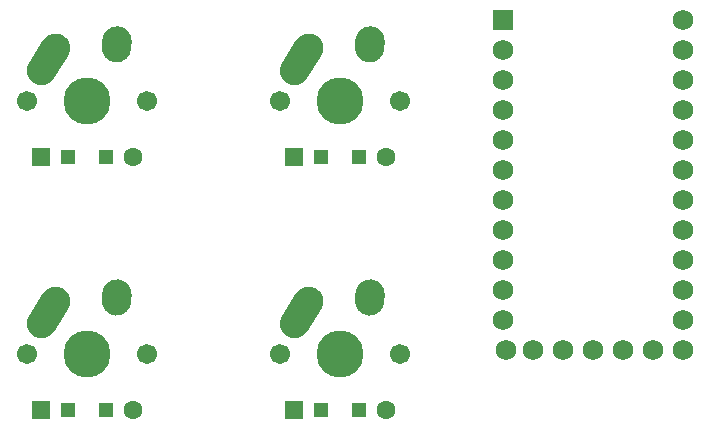
<source format=gbr>
%TF.GenerationSoftware,KiCad,Pcbnew,(5.1.9)-1*%
%TF.CreationDate,2021-02-14T16:54:30-05:00*%
%TF.ProjectId,keeb,6b656562-2e6b-4696-9361-645f70636258,rev?*%
%TF.SameCoordinates,Original*%
%TF.FileFunction,Soldermask,Top*%
%TF.FilePolarity,Negative*%
%FSLAX46Y46*%
G04 Gerber Fmt 4.6, Leading zero omitted, Abs format (unit mm)*
G04 Created by KiCad (PCBNEW (5.1.9)-1) date 2021-02-14 16:54:30*
%MOMM*%
%LPD*%
G01*
G04 APERTURE LIST*
%ADD10C,1.600000*%
%ADD11R,1.600000X1.600000*%
%ADD12R,1.200000X1.200000*%
%ADD13C,1.701800*%
%ADD14C,3.987800*%
%ADD15R,1.752600X1.752600*%
%ADD16C,1.752600*%
G04 APERTURE END LIST*
D10*
%TO.C,D1*%
X106293750Y-135731250D03*
D11*
X98493750Y-135731250D03*
D12*
X100818750Y-135731250D03*
X103968750Y-135731250D03*
%TD*%
%TO.C,D2*%
X125400000Y-135731250D03*
X122250000Y-135731250D03*
D11*
X119925000Y-135731250D03*
D10*
X127725000Y-135731250D03*
%TD*%
%TO.C,D3*%
X106293750Y-157162500D03*
D11*
X98493750Y-157162500D03*
D12*
X100818750Y-157162500D03*
X103968750Y-157162500D03*
%TD*%
%TO.C,D4*%
X125400000Y-157162500D03*
X122250000Y-157162500D03*
D11*
X119925000Y-157162500D03*
D10*
X127725000Y-157162500D03*
%TD*%
%TO.C,K1*%
G36*
G01*
X103646921Y-147814309D02*
X103686369Y-147235653D01*
G75*
G02*
X105018493Y-146073567I1247105J-85019D01*
G01*
X105018493Y-146073567D01*
G75*
G02*
X106180579Y-147405691I-85019J-1247105D01*
G01*
X106141131Y-147984347D01*
G75*
G02*
X104809007Y-149146433I-1247105J85019D01*
G01*
X104809007Y-149146433D01*
G75*
G02*
X103646921Y-147814309I85019J1247105D01*
G01*
G37*
G36*
G01*
X97480049Y-149157190D02*
X98688973Y-147259560D01*
G75*
G02*
X100414837Y-146876946I1054239J-671625D01*
G01*
X100414837Y-146876946D01*
G75*
G02*
X100797451Y-148602810I-671625J-1054239D01*
G01*
X99588527Y-150500440D01*
G75*
G02*
X97862663Y-150883054I-1054239J671625D01*
G01*
X97862663Y-150883054D01*
G75*
G02*
X97480049Y-149157190I671625J1054239D01*
G01*
G37*
D13*
X107473750Y-152400000D03*
X97313750Y-152400000D03*
D14*
X102393750Y-152400000D03*
%TD*%
%TO.C,K2*%
X123825000Y-152400000D03*
D13*
X118745000Y-152400000D03*
X128905000Y-152400000D03*
G36*
G01*
X118911299Y-149157190D02*
X120120223Y-147259560D01*
G75*
G02*
X121846087Y-146876946I1054239J-671625D01*
G01*
X121846087Y-146876946D01*
G75*
G02*
X122228701Y-148602810I-671625J-1054239D01*
G01*
X121019777Y-150500440D01*
G75*
G02*
X119293913Y-150883054I-1054239J671625D01*
G01*
X119293913Y-150883054D01*
G75*
G02*
X118911299Y-149157190I671625J1054239D01*
G01*
G37*
G36*
G01*
X125078171Y-147814309D02*
X125117619Y-147235653D01*
G75*
G02*
X126449743Y-146073567I1247105J-85019D01*
G01*
X126449743Y-146073567D01*
G75*
G02*
X127611829Y-147405691I-85019J-1247105D01*
G01*
X127572381Y-147984347D01*
G75*
G02*
X126240257Y-149146433I-1247105J85019D01*
G01*
X126240257Y-149146433D01*
G75*
G02*
X125078171Y-147814309I85019J1247105D01*
G01*
G37*
%TD*%
%TO.C,K3*%
G36*
G01*
X103646921Y-126383059D02*
X103686369Y-125804403D01*
G75*
G02*
X105018493Y-124642317I1247105J-85019D01*
G01*
X105018493Y-124642317D01*
G75*
G02*
X106180579Y-125974441I-85019J-1247105D01*
G01*
X106141131Y-126553097D01*
G75*
G02*
X104809007Y-127715183I-1247105J85019D01*
G01*
X104809007Y-127715183D01*
G75*
G02*
X103646921Y-126383059I85019J1247105D01*
G01*
G37*
G36*
G01*
X97480049Y-127725940D02*
X98688973Y-125828310D01*
G75*
G02*
X100414837Y-125445696I1054239J-671625D01*
G01*
X100414837Y-125445696D01*
G75*
G02*
X100797451Y-127171560I-671625J-1054239D01*
G01*
X99588527Y-129069190D01*
G75*
G02*
X97862663Y-129451804I-1054239J671625D01*
G01*
X97862663Y-129451804D01*
G75*
G02*
X97480049Y-127725940I671625J1054239D01*
G01*
G37*
X107473750Y-130968750D03*
X97313750Y-130968750D03*
D14*
X102393750Y-130968750D03*
%TD*%
%TO.C,K4*%
X123825000Y-130968750D03*
D13*
X118745000Y-130968750D03*
X128905000Y-130968750D03*
G36*
G01*
X118911299Y-127725940D02*
X120120223Y-125828310D01*
G75*
G02*
X121846087Y-125445696I1054239J-671625D01*
G01*
X121846087Y-125445696D01*
G75*
G02*
X122228701Y-127171560I-671625J-1054239D01*
G01*
X121019777Y-129069190D01*
G75*
G02*
X119293913Y-129451804I-1054239J671625D01*
G01*
X119293913Y-129451804D01*
G75*
G02*
X118911299Y-127725940I671625J1054239D01*
G01*
G37*
G36*
G01*
X125078171Y-126383059D02*
X125117619Y-125804403D01*
G75*
G02*
X126449743Y-124642317I1247105J-85019D01*
G01*
X126449743Y-124642317D01*
G75*
G02*
X127611829Y-125974441I-85019J-1247105D01*
G01*
X127572381Y-126553097D01*
G75*
G02*
X126240257Y-127715183I-1247105J85019D01*
G01*
X126240257Y-127715183D01*
G75*
G02*
X125078171Y-126383059I85019J1247105D01*
G01*
G37*
%TD*%
D15*
%TO.C,U1*%
X137636250Y-124142500D03*
D16*
X137636250Y-126682500D03*
X137636250Y-129222500D03*
X137636250Y-131762500D03*
X137636250Y-134302500D03*
X137636250Y-136842500D03*
X137636250Y-139382500D03*
X137636250Y-141922500D03*
X137636250Y-144462500D03*
X137636250Y-147002500D03*
X137636250Y-149542500D03*
X152876250Y-152082500D03*
X152876250Y-149542500D03*
X152876250Y-147002500D03*
X152876250Y-144462500D03*
X152876250Y-141922500D03*
X152876250Y-139382500D03*
X152876250Y-136842500D03*
X152876250Y-134302500D03*
X152876250Y-131762500D03*
X152876250Y-129222500D03*
X152876250Y-126682500D03*
X137864850Y-152082500D03*
X152876250Y-124142500D03*
X150336250Y-152082500D03*
X147796250Y-152082500D03*
X145256250Y-152082500D03*
X142716250Y-152082500D03*
X140176250Y-152082500D03*
%TD*%
M02*

</source>
